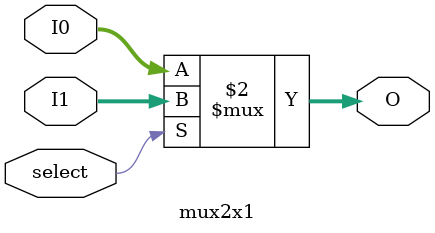
<source format=v>
module mux2x1(I0, I1, O, select); 
    input [10:0] I0, I1;  
    input select;  
    output [10:0] O;  

    // Select between I0 and I1 based on the select signal
    assign O = (select == 0) ? I0 : I1;  
endmodule

</source>
